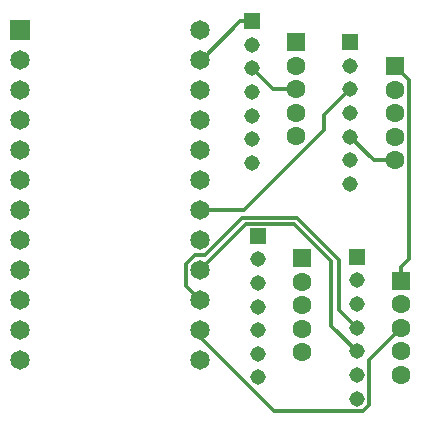
<source format=gbl>
G04 Layer: BottomLayer*
G04 EasyEDA v6.5.47, 2024-10-10 17:33:07*
G04 2650b285be984398968929de45cde97e,02b1cd47abf14eeea88f237cf3128960,10*
G04 Gerber Generator version 0.2*
G04 Scale: 100 percent, Rotated: No, Reflected: No *
G04 Dimensions in millimeters *
G04 leading zeros omitted , absolute positions ,4 integer and 5 decimal *
%FSLAX45Y45*%
%MOMM*%

%AMMACRO1*21,1,$1,$2,0,0,$3*%
%ADD10C,0.3000*%
%ADD11C,1.6510*%
%ADD12R,1.6510X1.6510*%
%ADD13MACRO1,1.3081X1.3081X0.0000*%
%ADD14C,1.3081*%
%ADD15MACRO1,1.6X1.6X0.0000*%
%ADD16C,1.6000*%

%LPD*%
D10*
X4508502Y14909901D02*
G01*
X4329102Y14909901D01*
X4127502Y15111501D01*
X2857502Y14490700D02*
G01*
X3232914Y14490700D01*
X3910053Y15167838D01*
X3910053Y15294051D01*
X4127502Y15511500D01*
X2857502Y13982700D02*
G01*
X3248586Y14373783D01*
X3652624Y14373783D01*
X3970276Y14056131D01*
X3970276Y13512800D01*
X4188691Y13294385D01*
X2857502Y13474700D02*
G01*
X2857502Y13415162D01*
X3484984Y12787680D01*
X4238754Y12787680D01*
X4289275Y12838201D01*
X4289275Y13223773D01*
X4559302Y13493800D01*
X3670302Y15513100D02*
G01*
X3478202Y15513100D01*
X3302002Y15689300D01*
X3302002Y16089299D02*
G01*
X3201545Y16089299D01*
X2857502Y15760700D02*
G01*
X2872945Y15760700D01*
X3201545Y16089299D01*
X4559302Y13893800D02*
G01*
X4559302Y14008862D01*
X4559302Y14008862D02*
G01*
X4624885Y14074444D01*
X4624885Y15593517D01*
X4508502Y15709900D01*
X2857502Y13728700D02*
G01*
X2736903Y13849299D01*
X2736903Y14032966D01*
X2813636Y14109700D01*
X2902790Y14109700D01*
X3217064Y14423974D01*
X3680310Y14423974D01*
X4036570Y14067713D01*
X4036570Y13646505D01*
X4188691Y13494385D01*
D11*
G01*
X2857500Y13220700D03*
G01*
X2857500Y13474700D03*
G01*
X2857500Y13728700D03*
G01*
X2857500Y13982700D03*
G01*
X2857500Y14236700D03*
G01*
X2857500Y14490700D03*
G01*
X2857500Y14744700D03*
G01*
X2857500Y14998700D03*
G01*
X2857500Y15252700D03*
G01*
X2857500Y15506700D03*
G01*
X2857500Y15760700D03*
G01*
X2857500Y16014700D03*
D12*
G01*
X1333500Y16014700D03*
D11*
G01*
X1333500Y15760700D03*
G01*
X1333500Y15506700D03*
G01*
X1333500Y15252700D03*
G01*
X1333500Y14998700D03*
G01*
X1333500Y14744700D03*
G01*
X1333500Y14490700D03*
G01*
X1333500Y14236700D03*
G01*
X1333500Y13982700D03*
G01*
X1333500Y13728700D03*
G01*
X1333500Y13474700D03*
G01*
X1333500Y13220700D03*
D13*
G01*
X3302000Y16089299D03*
D14*
G01*
X3302000Y15889300D03*
G01*
X3302000Y15689300D03*
G01*
X3302000Y15289301D03*
G01*
X3302000Y15489301D03*
G01*
X3302000Y15089301D03*
G01*
X3302000Y14889302D03*
D13*
G01*
X3352800Y14273199D03*
D14*
G01*
X3352800Y14073200D03*
G01*
X3352800Y13873200D03*
G01*
X3352800Y13473201D03*
G01*
X3352800Y13673201D03*
G01*
X3352800Y13273201D03*
G01*
X3352800Y13073202D03*
D13*
G01*
X4188688Y14094383D03*
D14*
G01*
X4188688Y13894384D03*
G01*
X4188688Y13694384D03*
G01*
X4188688Y13294385D03*
G01*
X4188688Y13494385D03*
G01*
X4188688Y13094385D03*
G01*
X4188688Y12894386D03*
D13*
G01*
X4127500Y15911499D03*
D14*
G01*
X4127500Y15711500D03*
G01*
X4127500Y15511500D03*
G01*
X4127500Y15111501D03*
G01*
X4127500Y15311501D03*
G01*
X4127500Y14911501D03*
G01*
X4127500Y14711502D03*
D15*
G01*
X3670300Y15913100D03*
D16*
G01*
X3670300Y15713100D03*
G01*
X3670300Y15513100D03*
G01*
X3670300Y15313101D03*
G01*
X3670300Y15113101D03*
D15*
G01*
X3721100Y14084300D03*
D16*
G01*
X3721100Y13884300D03*
G01*
X3721100Y13684300D03*
G01*
X3721100Y13484301D03*
G01*
X3721100Y13284301D03*
D15*
G01*
X4559300Y13893800D03*
D16*
G01*
X4559300Y13693800D03*
G01*
X4559300Y13493800D03*
G01*
X4559300Y13293801D03*
G01*
X4559300Y13093801D03*
D15*
G01*
X4508500Y15709900D03*
D16*
G01*
X4508500Y15509900D03*
G01*
X4508500Y15309900D03*
G01*
X4508500Y15109901D03*
G01*
X4508500Y14909901D03*
M02*

</source>
